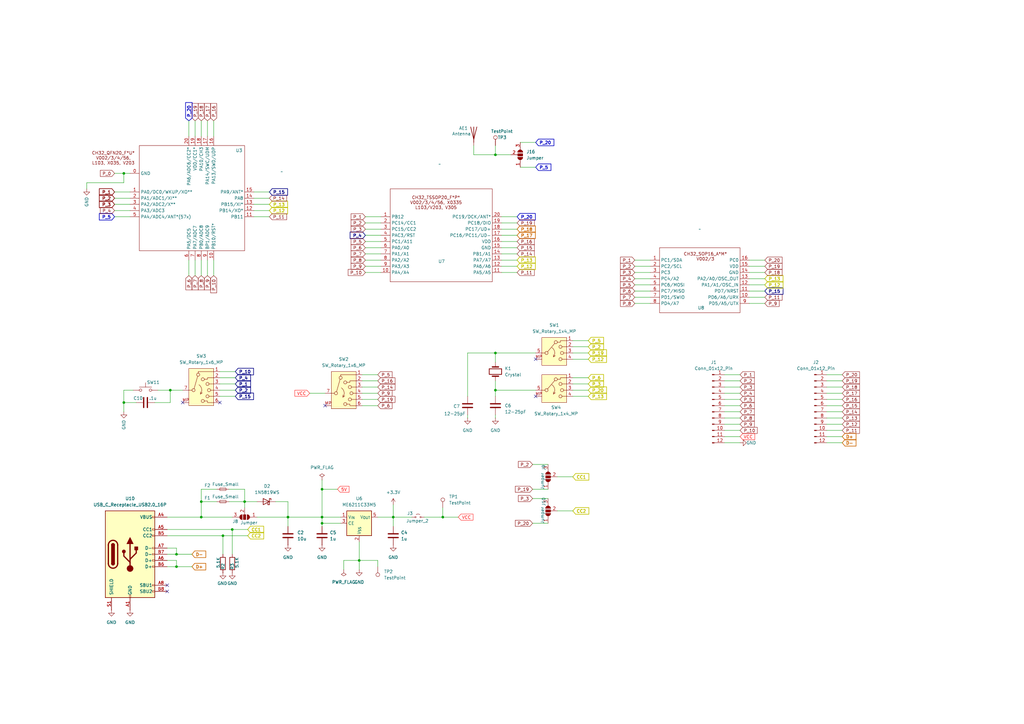
<source format=kicad_sch>
(kicad_sch (version 20250114) (generator "eeschema") (generator_version "9.0")
  (paper "A3")
  (junction (at 50.8 71.12))
  (junction (at 161.29 212.09))
  (junction (at 203.2 144.78))
  (junction (at 132.08 214.63))
  (junction (at 118.11 212.09))
  (junction (at 82.55 212.09))
  (junction (at 91.44 219.71))
  (junction (at 95.25 217.17))
  (junction (at 132.08 200.66))
  (junction (at 203.2 160.02))
  (junction (at 69.85 160.02))
  (junction (at 181.61 212.09))
  (junction (at 72.39 232.41))
  (junction (at 203.2 63.5))
  (junction (at 82.55 205.74))
  (junction (at 132.08 212.09))
  (junction (at 147.32 229.87))
  (junction (at 72.39 227.33))
  (junction (at 50.8 165.1))
  (junction (at 100.33 205.74))
  (no_connect (at 68.58 240.03))
  (no_connect (at 219.71 147.32))
  (no_connect (at 90.17 165.1))
  (no_connect (at 68.58 242.57))
  (no_connect (at 133.35 166.37))
  (no_connect (at 219.71 162.56))
  (no_connect (at 74.93 165.1))
  (wire (pts (xy 339.09 179.07) (xy 345.44 179.07)))
  (wire (pts (xy 35.56 74.93) (xy 50.8 74.93)))
  (wire (pts (xy 147.32 229.87) (xy 147.32 233.68)))
  (wire (pts (xy 313.69 124.46) (xy 307.34 124.46)))
  (wire (pts (xy 104.14 86.36) (xy 110.49 86.36)))
  (wire (pts (xy 50.8 160.02) (xy 54.61 160.02)))
  (wire (pts (xy 104.14 78.74) (xy 110.49 78.74)))
  (wire (pts (xy 77.47 113.03) (xy 77.47 106.68)))
  (wire (pts (xy 260.35 114.3) (xy 266.7 114.3)))
  (wire (pts (xy 181.61 208.28) (xy 181.61 212.09)))
  (wire (pts (xy 203.2 144.78) (xy 203.2 148.59)))
  (wire (pts (xy 213.36 68.58) (xy 219.71 68.58)))
  (wire (pts (xy 219.71 160.02) (xy 203.2 160.02)))
  (wire (pts (xy 132.08 212.09) (xy 139.7 212.09)))
  (wire (pts (xy 96.52 152.4) (xy 90.17 152.4)))
  (wire (pts (xy 53.34 86.36) (xy 46.99 86.36)))
  (wire (pts (xy 345.44 168.91) (xy 339.09 168.91)))
  (wire (pts (xy 203.2 59.69) (xy 203.2 63.5)))
  (wire (pts (xy 72.39 227.33) (xy 72.39 224.79)))
  (wire (pts (xy 219.71 144.78) (xy 203.2 144.78)))
  (wire (pts (xy 297.18 179.07) (xy 303.53 179.07)))
  (wire (pts (xy 241.3 144.78) (xy 234.95 144.78)))
  (wire (pts (xy 132.08 196.85) (xy 132.08 200.66)))
  (wire (pts (xy 53.34 78.74) (xy 46.99 78.74)))
  (wire (pts (xy 303.53 168.91) (xy 297.18 168.91)))
  (wire (pts (xy 260.35 109.22) (xy 266.7 109.22)))
  (wire (pts (xy 234.95 139.7) (xy 241.3 139.7)))
  (wire (pts (xy 90.17 162.56) (xy 96.52 162.56)))
  (wire (pts (xy 91.44 219.71) (xy 101.6 219.71)))
  (wire (pts (xy 87.63 113.03) (xy 87.63 106.68)))
  (wire (pts (xy 203.2 63.5) (xy 209.55 63.5)))
  (wire (pts (xy 181.61 212.09) (xy 187.96 212.09)))
  (wire (pts (xy 218.44 200.66) (xy 224.79 200.66)))
  (wire (pts (xy 148.59 156.21) (xy 154.94 156.21)))
  (wire (pts (xy 303.53 158.75) (xy 297.18 158.75)))
  (wire (pts (xy 345.44 176.53) (xy 339.09 176.53)))
  (wire (pts (xy 154.94 161.29) (xy 148.59 161.29)))
  (wire (pts (xy 69.85 160.02) (xy 69.85 165.1)))
  (wire (pts (xy 149.86 99.06) (xy 156.21 99.06)))
  (wire (pts (xy 218.44 190.5) (xy 224.79 190.5)))
  (wire (pts (xy 161.29 207.01) (xy 161.29 212.09)))
  (wire (pts (xy 149.86 91.44) (xy 156.21 91.44)))
  (wire (pts (xy 77.47 55.88) (xy 77.47 49.53)))
  (wire (pts (xy 191.77 170.18) (xy 191.77 171.45)))
  (wire (pts (xy 68.58 229.87) (xy 72.39 229.87)))
  (wire (pts (xy 104.14 88.9) (xy 110.49 88.9)))
  (wire (pts (xy 154.94 229.87) (xy 147.32 229.87)))
  (wire (pts (xy 241.3 160.02) (xy 234.95 160.02)))
  (wire (pts (xy 303.53 181.61) (xy 297.18 181.61)))
  (wire (pts (xy 82.55 205.74) (xy 88.9 205.74)))
  (wire (pts (xy 307.34 116.84) (xy 313.69 116.84)))
  (wire (pts (xy 50.8 71.12) (xy 53.34 71.12)))
  (wire (pts (xy 168.91 212.09) (xy 161.29 212.09)))
  (wire (pts (xy 234.95 154.94) (xy 241.3 154.94)))
  (wire (pts (xy 149.86 111.76) (xy 156.21 111.76)))
  (wire (pts (xy 303.53 153.67) (xy 297.18 153.67)))
  (wire (pts (xy 260.35 119.38) (xy 266.7 119.38)))
  (wire (pts (xy 100.33 205.74) (xy 100.33 208.28)))
  (wire (pts (xy 90.17 157.48) (xy 96.52 157.48)))
  (wire (pts (xy 218.44 204.47) (xy 224.79 204.47)))
  (wire (pts (xy 68.58 227.33) (xy 72.39 227.33)))
  (wire (pts (xy 307.34 111.76) (xy 313.69 111.76)))
  (wire (pts (xy 72.39 227.33) (xy 78.74 227.33)))
  (wire (pts (xy 205.74 111.76) (xy 212.09 111.76)))
  (wire (pts (xy 95.25 212.09) (xy 82.55 212.09)))
  (wire (pts (xy 50.8 165.1) (xy 55.88 165.1)))
  (wire (pts (xy 203.2 160.02) (xy 203.2 162.56)))
  (wire (pts (xy 140.97 229.87) (xy 140.97 233.68)))
  (wire (pts (xy 149.86 104.14) (xy 156.21 104.14)))
  (wire (pts (xy 53.34 83.82) (xy 46.99 83.82)))
  (wire (pts (xy 148.59 158.75) (xy 154.94 158.75)))
  (wire (pts (xy 68.58 217.17) (xy 95.25 217.17)))
  (wire (pts (xy 303.53 161.29) (xy 297.18 161.29)))
  (wire (pts (xy 113.03 205.74) (xy 118.11 205.74)))
  (wire (pts (xy 218.44 214.63) (xy 224.79 214.63)))
  (wire (pts (xy 46.99 71.12) (xy 50.8 71.12)))
  (wire (pts (xy 80.01 55.88) (xy 80.01 49.53)))
  (wire (pts (xy 241.3 162.56) (xy 234.95 162.56)))
  (wire (pts (xy 64.77 160.02) (xy 69.85 160.02)))
  (wire (pts (xy 241.3 147.32) (xy 234.95 147.32)))
  (wire (pts (xy 345.44 158.75) (xy 339.09 158.75)))
  (wire (pts (xy 154.94 153.67) (xy 148.59 153.67)))
  (wire (pts (xy 307.34 121.92) (xy 313.69 121.92)))
  (wire (pts (xy 154.94 232.41) (xy 154.94 229.87)))
  (wire (pts (xy 105.41 212.09) (xy 118.11 212.09)))
  (wire (pts (xy 118.11 215.9) (xy 118.11 212.09)))
  (wire (pts (xy 303.53 156.21) (xy 297.18 156.21)))
  (wire (pts (xy 203.2 156.21) (xy 203.2 160.02)))
  (wire (pts (xy 35.56 74.93) (xy 35.56 77.47)))
  (wire (pts (xy 194.31 63.5) (xy 194.31 59.69)))
  (wire (pts (xy 50.8 74.93) (xy 50.8 71.12)))
  (wire (pts (xy 93.98 205.74) (xy 100.33 205.74)))
  (wire (pts (xy 307.34 114.3) (xy 313.69 114.3)))
  (wire (pts (xy 213.36 58.42) (xy 219.71 58.42)))
  (wire (pts (xy 72.39 232.41) (xy 78.74 232.41)))
  (wire (pts (xy 132.08 214.63) (xy 139.7 214.63)))
  (wire (pts (xy 53.34 88.9) (xy 46.99 88.9)))
  (wire (pts (xy 307.34 119.38) (xy 313.69 119.38)))
  (wire (pts (xy 82.55 212.09) (xy 82.55 205.74)))
  (wire (pts (xy 345.44 153.67) (xy 339.09 153.67)))
  (wire (pts (xy 203.2 170.18) (xy 203.2 171.45)))
  (wire (pts (xy 95.25 217.17) (xy 95.25 227.33)))
  (wire (pts (xy 303.53 166.37) (xy 297.18 166.37)))
  (wire (pts (xy 118.11 205.74) (xy 118.11 212.09)))
  (wire (pts (xy 149.86 101.6) (xy 156.21 101.6)))
  (wire (pts (xy 68.58 224.79) (xy 72.39 224.79)))
  (wire (pts (xy 205.74 104.14) (xy 212.09 104.14)))
  (wire (pts (xy 228.6 209.55) (xy 234.95 209.55)))
  (wire (pts (xy 104.14 83.82) (xy 110.49 83.82)))
  (wire (pts (xy 68.58 219.71) (xy 91.44 219.71)))
  (wire (pts (xy 205.74 93.98) (xy 212.09 93.98)))
  (wire (pts (xy 260.35 124.46) (xy 266.7 124.46)))
  (wire (pts (xy 307.34 109.22) (xy 313.69 109.22)))
  (wire (pts (xy 260.35 121.92) (xy 266.7 121.92)))
  (wire (pts (xy 191.77 162.56) (xy 191.77 144.78)))
  (wire (pts (xy 50.8 160.02) (xy 50.8 165.1)))
  (wire (pts (xy 260.35 116.84) (xy 266.7 116.84)))
  (wire (pts (xy 205.74 99.06) (xy 212.09 99.06)))
  (wire (pts (xy 132.08 215.9) (xy 132.08 214.63)))
  (wire (pts (xy 50.8 168.91) (xy 50.8 165.1)))
  (wire (pts (xy 149.86 88.9) (xy 156.21 88.9)))
  (wire (pts (xy 104.14 81.28) (xy 110.49 81.28)))
  (wire (pts (xy 140.97 229.87) (xy 147.32 229.87)))
  (wire (pts (xy 149.86 93.98) (xy 156.21 93.98)))
  (wire (pts (xy 241.3 157.48) (xy 234.95 157.48)))
  (wire (pts (xy 82.55 55.88) (xy 82.55 49.53)))
  (wire (pts (xy 260.35 106.68) (xy 266.7 106.68)))
  (wire (pts (xy 95.25 217.17) (xy 101.6 217.17)))
  (wire (pts (xy 72.39 232.41) (xy 72.39 229.87)))
  (wire (pts (xy 74.93 160.02) (xy 69.85 160.02)))
  (wire (pts (xy 191.77 144.78) (xy 203.2 144.78)))
  (wire (pts (xy 161.29 212.09) (xy 161.29 215.9)))
  (wire (pts (xy 205.74 88.9) (xy 212.09 88.9)))
  (wire (pts (xy 132.08 214.63) (xy 132.08 212.09)))
  (wire (pts (xy 68.58 212.09) (xy 82.55 212.09)))
  (wire (pts (xy 154.94 212.09) (xy 161.29 212.09)))
  (wire (pts (xy 82.55 200.66) (xy 82.55 205.74)))
  (wire (pts (xy 149.86 109.22) (xy 156.21 109.22)))
  (wire (pts (xy 205.74 106.68) (xy 212.09 106.68)))
  (wire (pts (xy 205.74 91.44) (xy 212.09 91.44)))
  (wire (pts (xy 82.55 113.03) (xy 82.55 106.68)))
  (wire (pts (xy 90.17 154.94) (xy 96.52 154.94)))
  (wire (pts (xy 345.44 163.83) (xy 339.09 163.83)))
  (wire (pts (xy 303.53 163.83) (xy 297.18 163.83)))
  (wire (pts (xy 345.44 161.29) (xy 339.09 161.29)))
  (wire (pts (xy 173.99 212.09) (xy 181.61 212.09)))
  (wire (pts (xy 345.44 166.37) (xy 339.09 166.37)))
  (wire (pts (xy 85.09 113.03) (xy 85.09 106.68)))
  (wire (pts (xy 100.33 200.66) (xy 100.33 205.74)))
  (wire (pts (xy 307.34 106.68) (xy 313.69 106.68)))
  (wire (pts (xy 147.32 222.25) (xy 147.32 229.87)))
  (wire (pts (xy 118.11 212.09) (xy 132.08 212.09)))
  (wire (pts (xy 205.74 96.52) (xy 212.09 96.52)))
  (wire (pts (xy 339.09 181.61) (xy 345.44 181.61)))
  (wire (pts (xy 96.52 160.02) (xy 90.17 160.02)))
  (wire (pts (xy 260.35 111.76) (xy 266.7 111.76)))
  (wire (pts (xy 303.53 173.99) (xy 297.18 173.99)))
  (wire (pts (xy 87.63 55.88) (xy 87.63 49.53)))
  (wire (pts (xy 205.74 109.22) (xy 212.09 109.22)))
  (wire (pts (xy 345.44 173.99) (xy 339.09 173.99)))
  (wire (pts (xy 228.6 195.58) (xy 234.95 195.58)))
  (wire (pts (xy 53.34 81.28) (xy 46.99 81.28)))
  (wire (pts (xy 148.59 163.83) (xy 154.94 163.83)))
  (wire (pts (xy 91.44 219.71) (xy 91.44 227.33)))
  (wire (pts (xy 85.09 55.88) (xy 85.09 49.53)))
  (wire (pts (xy 149.86 106.68) (xy 156.21 106.68)))
  (wire (pts (xy 138.43 200.66) (xy 132.08 200.66)))
  (wire (pts (xy 149.86 96.52) (xy 156.21 96.52)))
  (wire (pts (xy 88.9 200.66) (xy 82.55 200.66)))
  (wire (pts (xy 133.35 161.29) (xy 127 161.29)))
  (wire (pts (xy 205.74 101.6) (xy 212.09 101.6)))
  (wire (pts (xy 303.53 176.53) (xy 297.18 176.53)))
  (wire (pts (xy 148.59 166.37) (xy 154.94 166.37)))
  (wire (pts (xy 93.98 200.66) (xy 100.33 200.66)))
  (wire (pts (xy 80.01 113.03) (xy 80.01 106.68)))
  (wire (pts (xy 100.33 205.74) (xy 105.41 205.74)))
  (wire (pts (xy 63.5 165.1) (xy 69.85 165.1)))
  (wire (pts (xy 132.08 200.66) (xy 132.08 212.09)))
  (wire (pts (xy 194.31 63.5) (xy 203.2 63.5)))
  (wire (pts (xy 241.3 142.24) (xy 234.95 142.24)))
  (wire (pts (xy 345.44 156.21) (xy 339.09 156.21)))
  (wire (pts (xy 68.58 232.41) (xy 72.39 232.41)))
  (wire (pts (xy 303.53 171.45) (xy 297.18 171.45)))
  (wire (pts (xy 345.44 171.45) (xy 339.09 171.45)))
  (global_label "P_13" (shape input) (at 345.44 171.45 0) (property "Intersheetrefs" "${INTERSHEET_REFS}" (effects (hide yes))))
  (global_label "P_4" (shape input) (at 96.52 154.94 0) (effects (font (thickness 0.254) (bold yes))) (property "Intersheetrefs" "${INTERSHEET_REFS}" (effects (hide yes))))
  (global_label "CC2" (shape input) (at 101.6 219.71 0) (effects (font (thickness 0.254) (bold yes))) (property "Intersheetrefs" "${INTERSHEET_REFS}" (effects (hide yes))))
  (global_label "P_9" (shape input) (at 85.09 113.03 270) (effects (font (thickness 0.1588))) (property "Intersheetrefs" "${INTERSHEET_REFS}" (effects (hide yes))))
  (global_label "P_13" (shape input) (at 241.3 162.56 0) (effects (font (thickness 0.254) (bold yes))) (property "Intersheetrefs" "${INTERSHEET_REFS}" (effects (hide yes))))
  (global_label "P_19" (shape input) (at 154.94 163.83 0) (effects (font (thickness 0.1588))) (property "Intersheetrefs" "${INTERSHEET_REFS}" (effects (hide yes))))
  (global_label "P_3" (shape input) (at 46.99 83.82 180) (effects (font (thickness 0.254) (bold yes))) (property "Intersheetrefs" "${INTERSHEET_REFS}" (effects (hide yes))))
  (global_label "P_13" (shape input) (at 212.09 106.68 0) (effects (font (thickness 0.254) (bold yes))) (property "Intersheetrefs" "${INTERSHEET_REFS}" (effects (hide yes))))
  (global_label "P_9" (shape input) (at 154.94 161.29 0) (effects (font (thickness 0.1588))) (property "Intersheetrefs" "${INTERSHEET_REFS}" (effects (hide yes))))
  (global_label "P_4" (shape input) (at 303.53 161.29 0) (property "Intersheetrefs" "${INTERSHEET_REFS}" (effects (hide yes))))
  (global_label "P_8" (shape input) (at 303.53 171.45 0) (property "Intersheetrefs" "${INTERSHEET_REFS}" (effects (hide yes))))
  (global_label "P_12" (shape input) (at 241.3 147.32 0) (effects (font (thickness 0.254) (bold yes))) (property "Intersheetrefs" "${INTERSHEET_REFS}" (effects (hide yes))))
  (global_label "P_5" (shape input) (at 303.53 163.83 0) (property "Intersheetrefs" "${INTERSHEET_REFS}" (effects (hide yes))))
  (global_label "P_12" (shape input) (at 110.49 86.36 0) (effects (font (thickness 0.254) (bold yes))) (property "Intersheetrefs" "${INTERSHEET_REFS}" (effects (hide yes))))
  (global_label "D-" (shape input) (at 345.44 181.61 0) (effects (font (thickness 0.254) (bold yes))) (property "Intersheetrefs" "${INTERSHEET_REFS}" (effects (hide yes))))
  (global_label "P_18" (shape input) (at 345.44 158.75 0) (property "Intersheetrefs" "${INTERSHEET_REFS}" (effects (hide yes))))
  (global_label "P_16" (shape input) (at 154.94 156.21 0) (effects (font (thickness 0.1588))) (property "Intersheetrefs" "${INTERSHEET_REFS}" (effects (hide yes))))
  (global_label "P_13" (shape input) (at 110.49 83.82 0) (effects (font (thickness 0.254) (bold yes))) (property "Intersheetrefs" "${INTERSHEET_REFS}" (effects (hide yes))))
  (global_label "P_20" (shape input) (at 241.3 160.02 0) (effects (font (thickness 0.254) (bold yes))) (property "Intersheetrefs" "${INTERSHEET_REFS}" (effects (hide yes))))
  (global_label "P_5" (shape input) (at 46.99 88.9 180) (effects (font (thickness 0.254) (bold yes))) (property "Intersheetrefs" "${INTERSHEET_REFS}" (effects (hide yes))))
  (global_label "P_9" (shape input) (at 303.53 173.99 0) (property "Intersheetrefs" "${INTERSHEET_REFS}" (effects (hide yes))))
  (global_label "P_20" (shape input) (at 212.09 88.9 0) (effects (font (thickness 0.254) (bold yes))) (property "Intersheetrefs" "${INTERSHEET_REFS}" (effects (hide yes))))
  (global_label "P_20" (shape input) (at 218.44 214.63 180) (effects (font (thickness 0.1588))) (property "Intersheetrefs" "${INTERSHEET_REFS}" (effects (hide yes))))
  (global_label "P_5" (shape input) (at 154.94 153.67 0) (effects (font (thickness 0.1588))) (property "Intersheetrefs" "${INTERSHEET_REFS}" (effects (hide yes))))
  (global_label "CC1" (shape input) (at 234.95 195.58 0) (effects (font (thickness 0.254) (bold yes))) (property "Intersheetrefs" "${INTERSHEET_REFS}" (effects (hide yes))))
  (global_label "P_4" (shape input) (at 149.86 96.52 180) (effects (font (thickness 0.254) (bold yes))) (property "Intersheetrefs" "${INTERSHEET_REFS}" (effects (hide yes))))
  (global_label "P_16" (shape input) (at 87.63 49.53 90) (effects (font (thickness 0.1588))) (property "Intersheetrefs" "${INTERSHEET_REFS}" (effects (hide yes))))
  (global_label "P_5" (shape input) (at 260.35 116.84 180) (effects (font (thickness 0.1588))) (property "Intersheetrefs" "${INTERSHEET_REFS}" (effects (hide yes))))
  (global_label "P_10" (shape input) (at 149.86 111.76 180) (effects (font (thickness 0.1588))) (property "Intersheetrefs" "${INTERSHEET_REFS}" (effects (hide yes))))
  (global_label "P_1" (shape input) (at 46.99 78.74 180) (effects (font (thickness 0.254) (bold yes))) (property "Intersheetrefs" "${INTERSHEET_REFS}" (effects (hide yes))))
  (global_label "P_20" (shape input) (at 345.44 153.67 0) (property "Intersheetrefs" "${INTERSHEET_REFS}" (effects (hide yes))))
  (global_label "P_4" (shape input) (at 46.99 86.36 180) (effects (font (thickness 0.1588))) (property "Intersheetrefs" "${INTERSHEET_REFS}" (effects (hide yes))))
  (global_label "P_2" (shape input) (at 241.3 142.24 0) (effects (font (thickness 0.254) (bold yes))) (property "Intersheetrefs" "${INTERSHEET_REFS}" (effects (hide yes))))
  (global_label "P_1" (shape input) (at 149.86 88.9 180) (effects (font (thickness 0.1588))) (property "Intersheetrefs" "${INTERSHEET_REFS}" (effects (hide yes))))
  (global_label "P_16" (shape input) (at 212.09 99.06 0) (effects (font (thickness 0.1588))) (property "Intersheetrefs" "${INTERSHEET_REFS}" (effects (hide yes))))
  (global_label "P_5" (shape input) (at 241.3 139.7 0) (effects (font (thickness 0.254) (bold yes))) (property "Intersheetrefs" "${INTERSHEET_REFS}" (effects (hide yes))))
  (global_label "P_2" (shape input) (at 218.44 190.5 180) (effects (font (thickness 0.1588))) (property "Intersheetrefs" "${INTERSHEET_REFS}" (effects (hide yes))))
  (global_label "P_17" (shape input) (at 212.09 96.52 0) (effects (font (thickness 0.254) (bold yes))) (property "Intersheetrefs" "${INTERSHEET_REFS}" (effects (hide yes))))
  (global_label "P_10" (shape input) (at 87.63 113.03 270) (effects (font (thickness 0.1588))) (property "Intersheetrefs" "${INTERSHEET_REFS}" (effects (hide yes))))
  (global_label "P_3" (shape input) (at 260.35 111.76 180) (effects (font (thickness 0.1588))) (property "Intersheetrefs" "${INTERSHEET_REFS}" (effects (hide yes))))
  (global_label "P_7" (shape input) (at 260.35 121.92 180) (effects (font (thickness 0.1588))) (property "Intersheetrefs" "${INTERSHEET_REFS}" (effects (hide yes))))
  (global_label "P_20" (shape input) (at 219.71 58.42 0) (effects (font (thickness 0.254) (bold yes))) (property "Intersheetrefs" "${INTERSHEET_REFS}" (effects (hide yes))))
  (global_label "P_14" (shape input) (at 110.49 81.28 0) (effects (font (thickness 0.1588))) (property "Intersheetrefs" "${INTERSHEET_REFS}" (effects (hide yes))))
  (global_label "P_15" (shape input) (at 96.52 162.56 0) (effects (font (thickness 0.254) (bold yes))) (property "Intersheetrefs" "${INTERSHEET_REFS}" (effects (hide yes))))
  (global_label "P_19" (shape input) (at 80.01 49.53 90) (effects (font (thickness 0.1588))) (property "Intersheetrefs" "${INTERSHEET_REFS}" (effects (hide yes))))
  (global_label "P_18" (shape input) (at 82.55 49.53 90) (effects (font (thickness 0.1588))) (property "Intersheetrefs" "${INTERSHEET_REFS}" (effects (hide yes))))
  (global_label "P_6" (shape input) (at 77.47 113.03 270) (effects (font (thickness 0.1588))) (property "Intersheetrefs" "${INTERSHEET_REFS}" (effects (hide yes))))
  (global_label "P_6" (shape input) (at 154.94 166.37 0) (effects (font (thickness 0.1588))) (property "Intersheetrefs" "${INTERSHEET_REFS}" (effects (hide yes))))
  (global_label "P_13" (shape input) (at 313.69 114.3 0) (effects (font (thickness 0.254) (bold yes))) (property "Intersheetrefs" "${INTERSHEET_REFS}" (effects (hide yes))))
  (global_label "P_14" (shape input) (at 154.94 158.75 0) (effects (font (thickness 0.1588))) (property "Intersheetrefs" "${INTERSHEET_REFS}" (effects (hide yes))))
  (global_label "P_6" (shape input) (at 260.35 119.38 180) (effects (font (thickness 0.1588))) (property "Intersheetrefs" "${INTERSHEET_REFS}" (effects (hide yes))))
  (global_label "P_6" (shape input) (at 241.3 154.94 0) (effects (font (thickness 0.254) (bold yes))) (property "Intersheetrefs" "${INTERSHEET_REFS}" (effects (hide yes))))
  (global_label "D+" (shape input) (at 78.74 232.41 0) (effects (font (thickness 0.254) (bold yes))) (property "Intersheetrefs" "${INTERSHEET_REFS}" (effects (hide yes))))
  (global_label "P_20" (shape input) (at 77.47 49.53 90) (effects (font (thickness 0.254) (bold yes))) (property "Intersheetrefs" "${INTERSHEET_REFS}" (effects (hide yes))))
  (global_label "P_20" (shape input) (at 313.69 106.68 0) (effects (font (thickness 0.1588))) (property "Intersheetrefs" "${INTERSHEET_REFS}" (effects (hide yes))))
  (global_label "P_19" (shape input) (at 313.69 109.22 0) (effects (font (thickness 0.1588))) (property "Intersheetrefs" "${INTERSHEET_REFS}" (effects (hide yes))))
  (global_label "VCC" (shape input) (at 187.96 212.09 0) (property "Intersheetrefs" "${INTERSHEET_REFS}" (effects (hide yes))))
  (global_label "P_12" (shape input) (at 313.69 116.84 0) (effects (font (thickness 0.254) (bold yes))) (property "Intersheetrefs" "${INTERSHEET_REFS}" (effects (hide yes))))
  (global_label "P_11" (shape input) (at 212.09 111.76 0) (effects (font (thickness 0.1588))) (property "Intersheetrefs" "${INTERSHEET_REFS}" (effects (hide yes))))
  (global_label "P_3" (shape input) (at 218.44 204.47 180) (effects (font (thickness 0.1588))) (property "Intersheetrefs" "${INTERSHEET_REFS}" (effects (hide yes))))
  (global_label "P_8" (shape input) (at 260.35 124.46 180) (effects (font (thickness 0.1588))) (property "Intersheetrefs" "${INTERSHEET_REFS}" (effects (hide yes))))
  (global_label "P_14" (shape input) (at 345.44 168.91 0) (property "Intersheetrefs" "${INTERSHEET_REFS}" (effects (hide yes))))
  (global_label "P_1" (shape input) (at 303.53 153.67 0) (property "Intersheetrefs" "${INTERSHEET_REFS}" (effects (hide yes))))
  (global_label "P_19" (shape input) (at 218.44 200.66 180) (effects (font (thickness 0.1588))) (property "Intersheetrefs" "${INTERSHEET_REFS}" (effects (hide yes))))
  (global_label "P_18" (shape input) (at 313.69 111.76 0) (effects (font (thickness 0.1588))) (property "Intersheetrefs" "${INTERSHEET_REFS}" (effects (hide yes))))
  (global_label "5V" (shape input) (at 138.43 200.66 0) (property "Intersheetrefs" "${INTERSHEET_REFS}" (effects (hide yes))))
  (global_label "P_9" (shape input) (at 313.69 124.46 0) (effects (font (thickness 0.1588))) (property "Intersheetrefs" "${INTERSHEET_REFS}" (effects (hide yes))))
  (global_label "P_8" (shape input) (at 82.55 113.03 270) (effects (font (thickness 0.1588))) (property "Intersheetrefs" "${INTERSHEET_REFS}" (effects (hide yes))))
  (global_label "P_11" (shape input) (at 345.44 176.53 0) (property "Intersheetrefs" "${INTERSHEET_REFS}" (effects (hide yes))))
  (global_label "P_10" (shape input) (at 96.52 152.4 0) (effects (font (thickness 0.254) (bold yes))) (property "Intersheetrefs" "${INTERSHEET_REFS}" (effects (hide yes))))
  (global_label "P_11" (shape input) (at 313.69 121.92 0) (effects (font (thickness 0.1588))) (property "Intersheetrefs" "${INTERSHEET_REFS}" (effects (hide yes))))
  (global_label "P_2" (shape input) (at 303.53 156.21 0) (property "Intersheetrefs" "${INTERSHEET_REFS}" (effects (hide yes))))
  (global_label "P_2" (shape input) (at 46.99 81.28 180) (effects (font (thickness 0.254) (bold yes))) (property "Intersheetrefs" "${INTERSHEET_REFS}" (effects (hide yes))))
  (global_label "P_19" (shape input) (at 241.3 144.78 0) (effects (font (thickness 0.254) (bold yes))) (property "Intersheetrefs" "${INTERSHEET_REFS}" (effects (hide yes))))
  (global_label "P_15" (shape input) (at 212.09 101.6 0) (effects (font (thickness 0.1588))) (property "Intersheetrefs" "${INTERSHEET_REFS}" (effects (hide yes))))
  (global_label "P_11" (shape input) (at 110.49 88.9 0) (effects (font (thickness 0.1588))) (property "Intersheetrefs" "${INTERSHEET_REFS}" (effects (hide yes))))
  (global_label "CC1" (shape input) (at 101.6 217.17 0) (effects (font (thickness 0.254) (bold yes))) (property "Intersheetrefs" "${INTERSHEET_REFS}" (effects (hide yes))))
  (global_label "P_7" (shape input) (at 80.01 113.03 270) (effects (font (thickness 0.1588))) (property "Intersheetrefs" "${INTERSHEET_REFS}" (effects (hide yes))))
  (global_label "P_8" (shape input) (at 149.86 106.68 180) (effects (font (thickness 0.1588))) (property "Intersheetrefs" "${INTERSHEET_REFS}" (effects (hide yes))))
  (global_label "P_6" (shape input) (at 303.53 166.37 0) (property "Intersheetrefs" "${INTERSHEET_REFS}" (effects (hide yes))))
  (global_label "P_16" (shape input) (at 345.44 163.83 0) (property "Intersheetrefs" "${INTERSHEET_REFS}" (effects (hide yes))))
  (global_label "P_15" (shape input) (at 345.44 166.37 0) (property "Intersheetrefs" "${INTERSHEET_REFS}" (effects (hide yes))))
  (global_label "VCC" (shape input) (at 303.53 179.07 0) (property "Intersheetrefs" "${INTERSHEET_REFS}" (effects (hide yes))))
  (global_label "P_2" (shape input) (at 149.86 91.44 180) (effects (font (thickness 0.1588))) (property "Intersheetrefs" "${INTERSHEET_REFS}" (effects (hide yes))))
  (global_label "P_1" (shape input) (at 96.52 157.48 0) (effects (font (thickness 0.254) (bold yes))) (property "Intersheetrefs" "${INTERSHEET_REFS}" (effects (hide yes))))
  (global_label "P_19" (shape input) (at 345.44 156.21 0) (effects (font (thickness 0.1588))) (property "Intersheetrefs" "${INTERSHEET_REFS}" (effects (hide yes))))
  (global_label "P_14" (shape input) (at 212.09 104.14 0) (effects (font (thickness 0.1588))) (property "Intersheetrefs" "${INTERSHEET_REFS}" (effects (hide yes))))
  (global_label "P_19" (shape input) (at 212.09 91.44 0) (effects (font (thickness 0.1588))) (property "Intersheetrefs" "${INTERSHEET_REFS}" (effects (hide yes))))
  (global_label "P_18" (shape input) (at 212.09 93.98 0) (effects (font (thickness 0.254) (bold yes))) (property "Intersheetrefs" "${INTERSHEET_REFS}" (effects (hide yes))))
  (global_label "P_0" (shape input) (at 46.99 71.12 180) (property "Intersheetrefs" "${INTERSHEET_REFS}" (effects (hide yes))))
  (global_label "P_3" (shape input) (at 241.3 157.48 0) (effects (font (thickness 0.254) (bold yes))) (property "Intersheetrefs" "${INTERSHEET_REFS}" (effects (hide yes))))
  (global_label "P_4" (shape input) (at 260.35 114.3 180) (effects (font (thickness 0.1588))) (property "Intersheetrefs" "${INTERSHEET_REFS}" (effects (hide yes))))
  (global_label "P_2" (shape input) (at 96.52 160.02 0) (effects (font (thickness 0.254) (bold yes))) (property "Intersheetrefs" "${INTERSHEET_REFS}" (effects (hide yes))))
  (global_label "P_10" (shape input) (at 303.53 176.53 0) (property "Intersheetrefs" "${INTERSHEET_REFS}" (effects (hide yes))))
  (global_label "D+" (shape input) (at 345.44 179.07 0) (effects (font (thickness 0.254) (bold yes))) (property "Intersheetrefs" "${INTERSHEET_REFS}" (effects (hide yes))))
  (global_label "P_12" (shape input) (at 345.44 173.99 0) (property "Intersheetrefs" "${INTERSHEET_REFS}" (effects (hide yes))))
  (global_label "P_3" (shape input) (at 303.53 158.75 0) (property "Intersheetrefs" "${INTERSHEET_REFS}" (effects (hide yes))))
  (global_label "P_7" (shape input) (at 149.86 104.14 180) (effects (font (thickness 0.1588))) (property "Intersheetrefs" "${INTERSHEET_REFS}" (effects (hide yes))))
  (global_label "P_6" (shape input) (at 149.86 101.6 180) (effects (font (thickness 0.1588))) (property "Intersheetrefs" "${INTERSHEET_REFS}" (effects (hide yes))))
  (global_label "VCC" (shape input) (at 127 161.29 180) (property "Intersheetrefs" "${INTERSHEET_REFS}" (effects (hide yes))))
  (global_label "P_15" (shape input) (at 110.49 78.74 0) (effects (font (thickness 0.254) (bold yes))) (property "Intersheetrefs" "${INTERSHEET_REFS}" (effects (hide yes))))
  (global_label "P_5" (shape input) (at 219.71 68.58 0) (effects (font (thickness 0.254) (bold yes))) (property "Intersheetrefs" "${INTERSHEET_REFS}" (effects (hide yes))))
  (global_label "P_7" (shape input) (at 303.53 168.91 0) (property "Intersheetrefs" "${INTERSHEET_REFS}" (effects (hide yes))))
  (global_label "P_9" (shape input) (at 149.86 109.22 180) (effects (font (thickness 0.1588))) (property "Intersheetrefs" "${INTERSHEET_REFS}" (effects (hide yes))))
  (global_label "P_17" (shape input) (at 345.44 161.29 0) (property "Intersheetrefs" "${INTERSHEET_REFS}" (effects (hide yes))))
  (global_label "P_1" (shape input) (at 260.35 106.68 180) (effects (font (thickness 0.1588))) (property "Intersheetrefs" "${INTERSHEET_REFS}" (effects (hide yes))))
  (global_label "P_2" (shape input) (at 260.35 109.22 180) (effects (font (thickness 0.1588))) (property "Intersheetrefs" "${INTERSHEET_REFS}" (effects (hide yes))))
  (global_label "CC2" (shape input) (at 234.95 209.55 0) (effects (font (thickness 0.254) (bold yes))) (property "Intersheetrefs" "${INTERSHEET_REFS}" (effects (hide yes))))
  (global_label "P_15" (shape input) (at 313.69 119.38 0) (effects (font (thickness 0.254) (bold yes))) (property "Intersheetrefs" "${INTERSHEET_REFS}" (effects (hide yes))))
  (global_label "D-" (shape input) (at 78.74 227.33 0) (effects (font (thickness 0.254) (bold yes))) (property "Intersheetrefs" "${INTERSHEET_REFS}" (effects (hide yes))))
  (global_label "P_12" (shape input) (at 212.09 109.22 0) (effects (font (thickness 0.254) (bold yes))) (property "Intersheetrefs" "${INTERSHEET_REFS}" (effects (hide yes))))
  (global_label "P_17" (shape input) (at 85.09 49.53 90) (effects (font (thickness 0.1588))) (property "Intersheetrefs" "${INTERSHEET_REFS}" (effects (hide yes))))
  (global_label "P_5" (shape input) (at 149.86 99.06 180) (effects (font (thickness 0.1588))) (property "Intersheetrefs" "${INTERSHEET_REFS}" (effects (hide yes))))
  (global_label "P_3" (shape input) (at 149.86 93.98 180) (effects (font (thickness 0.1588))) (property "Intersheetrefs" "${INTERSHEET_REFS}" (effects (hide yes))))
  (symbol (lib_id "Device:Antenna") (at 194.31 54.61 0) (unit 1)
    (property "Reference" "AE1" (at 188.214 52.578 0) (effects (justify left)))
    (property "Value" "Antenna" (at 185.42 54.864 0) (effects (justify left)))
    (property "Footprint" "RF_Antenna:Texas_SWRA117D_2.4GHz_Right" (effects (hide yes)))
    (property "Description" "Antenna" (effects (hide yes)))
  )
  (symbol (lib_name "GND_1") (lib_id "power:GND") (at 147.32 233.68 0) (unit 1)
    (property "Reference" "#PWR010" (effects (hide yes)))
    (property "Value" "GND" (at 147.32 238.76 0))
    (property "Description" "Power symbol creates a global label with name \"GND\" , ground" (effects (hide yes)))
  )
  (symbol (lib_id "Jumper:SolderJumper_3_Open") (at 224.79 209.55 90) (unit 1) (in_bom no)
    (property "Reference" "J10" (at 223.012 205.74 0))
    (property "Value" "Jumper" (at 222.504 211.328 0))
    (property "Footprint" "IOT-Mess-Footprints:Jumper-3_P1.3mm_Open_RoundedPad1.0x1.5mm" (effects (hide yes)))
    (property "Description" "Solder Jumper, 3-pole, open" (effects (hide yes)))
  )
  (symbol (lib_id "Device:R") (at 91.44 231.14 0) (unit 1)
    (property "Reference" "R2" (at 91.44 233.68 90) (effects (justify left)))
    (property "Value" "5.1K" (at 89.535 233.045 90) (effects (justify left)))
    (property "Footprint" "Resistor_SMD:R_0603_1608Metric" (effects (hide yes)))
  )
  (symbol (lib_name "GND_1") (lib_id "power:GND") (at 203.2 171.45 0) (unit 1)
    (property "Reference" "#PWR021" (effects (hide yes)))
    (property "Value" "GND" (at 203.2 176.53 0))
    (property "Description" "Power symbol creates a global label with name \"GND\" , ground" (effects (hide yes)))
  )
  (symbol (lib_name "GND_1") (lib_id "power:GND") (at 50.8 168.91 0) (unit 1)
    (property "Reference" "#PWR044" (effects (hide yes)))
    (property "Value" "GND" (at 50.8 172.212 90) (effects (justify right)))
    (property "Description" "Power symbol creates a global label with name \"GND\" , ground" (effects (hide yes)))
  )
  (symbol (lib_id "Switch:SW_Rotary_1x4_MP") (at 227.33 144.78 0) (unit 1)
    (property "Reference" "SW1" (at 227.33 133.35 0))
    (property "Value" "SW_Rotary_1x4_MP" (at 227.33 135.89 0))
    (property "Footprint" "IOT-Mess-Footprints:Jumper4" (effects (hide yes)))
    (property "Description" "Rotary switch 1x4, SP4T with mount point" (effects (hide yes)))
  )
  (symbol (lib_id "Jumper:Jumper_2_Small_Open") (at 171.45 212.09 0) (unit 1)
    (property "Reference" "J3" (at 168.148 210.566 0))
    (property "Value" "Jumper_2" (at 171.196 213.614 0))
    (property "Footprint" "IOT-Mess-Footprints:Jumpper-triangle" (effects (hide yes)))
    (property "Description" "Jumper, 2-pole, small symbol, open" (effects (hide yes)))
  )
  (symbol (lib_id "IOT-Mess:CH32_SOP16_A*M*") (at 287.02 114.3 0) (unit 1)
    (property "Reference" "U8" (at 287.528 126.238 0))
    (property "Value" "~" (at 287.02 93.98 0))
    (property "Footprint" "Package_SO:SOP-16_3.9x9.9mm_P1.27mm" (effects (hide yes)))
  )
  (symbol (lib_id "Device:C") (at 118.11 219.71 0) (unit 1)
    (property "Reference" "C2" (at 121.92 218.44 0) (effects (justify left)))
    (property "Value" "10u" (at 121.92 220.98 0) (effects (justify left)))
    (property "Footprint" "Capacitor_SMD:C_0603_1608Metric" (effects (hide yes)))
  )
  (symbol (lib_id "Switch:SW_Rotary_1x6_MP") (at 140.97 161.29 0) (unit 1)
    (property "Reference" "SW2" (at 140.97 147.32 0))
    (property "Value" "SW_Rotary_1x6_MP" (at 140.97 149.86 0))
    (property "Footprint" "IOT-Mess-Footprints:Jumper8" (effects (hide yes)))
    (property "Description" "Rotary switch 1x6, SP6T with mount point" (effects (hide yes)))
  )
  (symbol (lib_name "GND_1") (lib_id "power:GND") (at 53.34 250.19 0) (unit 1)
    (property "Reference" "#PWR013" (effects (hide yes)))
    (property "Value" "GND" (at 53.34 255.27 0))
    (property "Description" "Power symbol creates a global label with name \"GND\" , ground" (effects (hide yes)))
  )
  (symbol (lib_id "Device:Fuse_Small") (at 91.44 200.66 0) (unit 1)
    (property "Reference" "F2" (at 85.09 199.136 0))
    (property "Value" "Fuse_Small" (at 92.456 198.628 0))
    (property "Footprint" "Fuse:Fuse_0805_2012Metric" (effects (hide yes)))
    (property "Description" "Fuse, small symbol" (effects (hide yes)))
  )
  (symbol (lib_id "Jumper:SolderJumper_3_Open") (at 100.33 212.09 180) (unit 1) (in_bom no)
    (property "Reference" "J8" (at 96.52 213.868 0))
    (property "Value" "Jumper" (at 102.108 214.376 0))
    (property "Footprint" "IOT-Mess-Footprints:Jumper-3_P1.3mm_Open_RoundedPad1.0x1.5mm" (effects (hide yes)))
    (property "Description" "Solder Jumper, 3-pole, open" (effects (hide yes)))
  )
  (symbol (lib_name "GND_1") (lib_id "power:GND") (at 95.25 234.95 0) (mirror y) (unit 1)
    (property "Reference" "#PWR016" (effects (hide yes)))
    (property "Value" "GND" (at 93.218 239.268 0) (effects (justify right)))
    (property "Description" "Power symbol creates a global label with name \"GND\" , ground" (effects (hide yes)))
  )
  (symbol (lib_id "Device:Crystal") (at 203.2 152.4 270) (unit 1)
    (property "Reference" "K1" (at 207.01 151.1299 90) (effects (justify left)))
    (property "Value" "Crystal" (at 207.01 153.6699 90) (effects (justify left)))
    (property "Footprint" "Crystal:Crystal_SMD_3225-4Pin_3.2x2.5mm" (effects (hide yes)))
    (property "Description" "Two pin crystal" (effects (hide yes)))
  )
  (symbol (lib_id "Jumper:SolderJumper_3_Open") (at 224.79 195.58 90) (unit 1) (in_bom no)
    (property "Reference" "J9" (at 223.012 191.77 0))
    (property "Value" "Jumper" (at 222.504 197.358 0))
    (property "Footprint" "IOT-Mess-Footprints:Jumper-3_P1.3mm_Open_RoundedPad1.0x1.5mm" (effects (hide yes)))
    (property "Description" "Solder Jumper, 3-pole, open" (effects (hide yes)))
  )
  (symbol (lib_id "IOT-Mess:CH32_TSSOP20_F*P*") (at 180.34 96.52 0) (unit 1)
    (property "Reference" "U7" (at 181.102 107.188 0))
    (property "Value" "~" (at 180.34 67.31 0))
    (property "Footprint" "Package_SO:TSSOP-20_4.4x6.5mm_P0.65mm" (effects (hide yes)))
  )
  (symbol (lib_id "Device:R") (at 95.25 231.14 0) (unit 1)
    (property "Reference" "R3" (at 95.25 233.68 90) (effects (justify left)))
    (property "Value" "5.1K" (at 97.155 233.045 90) (effects (justify left)))
    (property "Footprint" "Resistor_SMD:R_0603_1608Metric" (effects (hide yes)))
  )
  (symbol (lib_id "Regulator_Linear:ME6211C33M5") (at 147.32 214.63 0) (unit 1)
    (property "Reference" "U6" (at 147.32 204.47 0))
    (property "Value" "ME6211C33M5" (at 147.32 207.01 0))
    (property "Footprint" "Package_TO_SOT_SMD:SOT-23-5" (effects (hide yes)))
    (property "Datasheet" "https://www.lcsc.com/datasheet/lcsc_datasheet_2304140030_MICRONE-Nanjing-Micro-One-Elec-ME6211C33R5G_C235316.pdf" (effects (hide yes)))
    (property "Description" "500mA low dropout linear regulator, shutdown pin, 6.5V max input voltage, 3.3V fixed positive output, SOT-23-5" (effects (hide yes)))
  )
  (symbol (lib_id "Connector:TestPoint") (at 203.2 59.69 0) (mirror y) (unit 1)
    (property "Reference" "TP3" (at 207.772 56.388 0) (effects (justify left)))
    (property "Value" "TestPoint" (at 210.312 53.848 0) (effects (justify left)))
    (property "Description" "test point" (effects (hide yes)))
  )
  (symbol (lib_id "Connector:TestPoint") (at 181.61 208.28 0) (unit 1)
    (property "Reference" "TP1" (at 184.15 203.7079 0) (effects (justify left)))
    (property "Value" "TestPoint" (at 184.15 206.2479 0) (effects (justify left)))
    (property "Description" "test point" (effects (hide yes)))
  )
  (symbol (lib_id "Jumper:SolderJumper_3_Open") (at 213.36 63.5 270) (mirror x) (unit 1) (in_bom no)
    (property "Reference" "J16" (at 215.9 62.2299 90) (effects (justify left)))
    (property "Value" "Jumper" (at 215.9 64.7699 90) (effects (justify left)))
    (property "Footprint" "IOT-Mess-Footprints:Jumper-3_P1.3mm_Open_RoundedPad1.0x1.5mm" (effects (hide yes)))
    (property "Description" "Solder Jumper, 3-pole, open" (effects (hide yes)))
  )
  (symbol (lib_name "GND_1") (lib_id "power:GND") (at 35.56 77.47 0) (mirror y) (unit 1)
    (property "Reference" "#PWR045" (effects (hide yes)))
    (property "Value" "GND" (at 35.56 80.772 90) (effects (justify right)))
    (property "Description" "Power symbol creates a global label with name \"GND\" , ground" (effects (hide yes)))
  )
  (symbol (lib_id "power:PWR_FLAG") (at 132.08 196.85 0) (unit 1)
    (property "Reference" "#FLG05" (effects (hide yes)))
    (property "Value" "PWR_FLAG" (at 132.08 191.77 0))
    (property "Description" "Special symbol for telling ERC where power comes from" (effects (hide yes)))
  )
  (symbol (lib_id "power:PWR_FLAG") (at 140.97 233.68 180) (unit 1)
    (property "Reference" "#FLG04" (effects (hide yes)))
    (property "Value" "PWR_FLAG" (at 140.97 238.76 0))
    (property "Description" "Special symbol for telling ERC where power comes from" (effects (hide yes)))
  )
  (symbol (lib_name "GND_1") (lib_id "power:GND") (at 191.77 171.45 0) (unit 1)
    (property "Reference" "#PWR022" (effects (hide yes)))
    (property "Value" "GND" (at 191.77 176.53 0))
    (property "Description" "Power symbol creates a global label with name \"GND\" , ground" (effects (hide yes)))
  )
  (symbol (lib_name "GND_1") (lib_id "power:GND") (at 45.72 250.19 0) (unit 1)
    (property "Reference" "#PWR011" (effects (hide yes)))
    (property "Value" "GND" (at 45.72 255.27 0))
    (property "Description" "Power symbol creates a global label with name \"GND\" , ground" (effects (hide yes)))
  )
  (symbol (lib_id "Device:C") (at 132.08 219.71 0) (unit 1)
    (property "Reference" "C5" (at 135.255 218.44 0) (effects (justify left)))
    (property "Value" "1u" (at 135.255 220.98 0) (effects (justify left)))
    (property "Footprint" "Capacitor_SMD:C_0603_1608Metric" (effects (hide yes)))
  )
  (symbol (lib_id "Switch:SW_Rotary_1x6_MP") (at 82.55 160.02 0) (unit 1)
    (property "Reference" "SW3" (at 82.55 146.05 0))
    (property "Value" "SW_Rotary_1x6_MP" (at 82.55 148.59 0))
    (property "Footprint" "IOT-Mess-Footprints:Jumper8" (effects (hide yes)))
    (property "Description" "Rotary switch 1x6, SP6T with mount point" (effects (hide yes)))
  )
  (symbol (lib_id "power:+3.3V") (at 161.29 207.01 0) (unit 1)
    (property "Reference" "#PWR01" (effects (hide yes)))
    (property "Value" "+3.3V" (at 161.29 201.93 0))
    (property "Description" "Power symbol creates a global label with name \"+3.3V\"" (effects (hide yes)))
  )
  (symbol (lib_id "IOT-Mess:CH32_QFN20_F*U*") (at 80.01 81.28 0) (unit 1)
    (property "Reference" "U3" (at 98.044 61.722 0))
    (property "Value" "~" (at 115.57 70.4149 0))
    (property "Footprint" "Package_DFN_QFN:QFN-20-1EP_3x3mm_P0.4mm_EP1.65x1.65mm_ThermalVias" (effects (hide yes)))
  )
  (symbol (lib_id "Device:C") (at 203.2 166.37 0) (unit 1)
    (property "Reference" "C6" (at 207.01 166.37 0) (effects (justify left)))
    (property "Value" "12-25pF" (at 207.01 168.91 0) (effects (justify left)))
    (property "Footprint" "Capacitor_SMD:C_0603_1608Metric" (effects (hide yes)))
  )
  (symbol (lib_id "Connector:USB_C_Receptacle_USB2.0_16P") (at 53.34 227.33 0) (unit 1)
    (property "Reference" "U10" (at 53.34 204.47 0))
    (property "Value" "USB_C_Receptacle_USB2.0_16P" (at 53.34 207.01 0))
    (property "Footprint" "Connector_USB:USB_C_Receptacle_HRO_TYPE-C-31-M-12" (effects (hide yes)))
    (property "Datasheet" "https://www.usb.org/sites/default/files/documents/usb_type-c.zip" (effects (hide yes)))
    (property "Description" "USB 2.0-only 16P Type-C Receptacle connector" (effects (hide yes)))
  )
  (symbol (lib_name "GND_1") (lib_id "power:GND") (at 91.44 234.95 0) (unit 1)
    (property "Reference" "#PWR017" (effects (hide yes)))
    (property "Value" "GND" (at 93.218 239.268 0) (effects (justify right)))
    (property "Description" "Power symbol creates a global label with name \"GND\" , ground" (effects (hide yes)))
  )
  (symbol (lib_id "Device:C") (at 191.77 166.37 0) (unit 1)
    (property "Reference" "C7" (at 185.928 166.624 0) (effects (justify left)))
    (property "Value" "12-25pF" (at 182.118 169.672 0) (effects (justify left)))
    (property "Footprint" "Capacitor_SMD:C_0603_1608Metric" (effects (hide yes)))
  )
  (symbol (lib_id "Device:C") (at 161.29 219.71 0) (unit 1)
    (property "Reference" "C4" (at 164.465 218.44 0) (effects (justify left)))
    (property "Value" "1u" (at 164.465 220.98 0) (effects (justify left)))
    (property "Footprint" "Capacitor_SMD:C_0603_1608Metric" (effects (hide yes)))
  )
  (symbol (lib_id "Connector:TestPoint") (at 154.94 232.41 180) (unit 1)
    (property "Reference" "TP2" (at 157.48 234.4419 0) (effects (justify right)))
    (property "Value" "TestPoint" (at 157.48 236.9819 0) (effects (justify right)))
    (property "Description" "test point" (effects (hide yes)))
  )
  (symbol (lib_name "GND_1") (lib_id "power:GND") (at 161.29 223.52 0) (unit 1)
    (property "Reference" "#PWR015" (effects (hide yes)))
    (property "Value" "GND" (at 161.29 228.6 0))
    (property "Description" "Power symbol creates a global label with name \"GND\" , ground" (effects (hide yes)))
  )
  (symbol (lib_id "Connector:Conn_01x12_Pin") (at 292.1 166.37 0) (unit 1)
    (property "Reference" "J1" (at 292.735 148.59 0))
    (property "Value" "Conn_01x12_Pin" (at 292.735 151.13 0))
    (property "Footprint" "Connector_PinHeader_2.54mm:PinHeader_1x12_P2.54mm_Vertical" (effects (hide yes)))
    (property "Description" "Generic connector, single row, 01x12, script generated" (effects (hide yes)))
  )
  (symbol (lib_name "GND_1") (lib_id "power:GND") (at 132.08 223.52 0) (unit 1)
    (property "Reference" "#PWR018" (effects (hide yes)))
    (property "Value" "GND" (at 132.08 228.6 0))
    (property "Description" "Power symbol creates a global label with name \"GND\" , ground" (effects (hide yes)))
  )
  (symbol (lib_id "Switch:SW_Push") (at 59.69 160.02 0) (mirror y) (unit 1)
    (property "Reference" "SW11" (at 62.865 156.845 0))
    (property "Value" "SW_Push" (effects (hide yes)))
    (property "Footprint" "Button_Switch_SMD:SW_SPST_PTS810" (effects (hide yes)))
  )
  (symbol (lib_id "Device:Fuse_Small") (at 91.44 205.74 0) (unit 1)
    (property "Reference" "F1" (at 85.09 204.216 0))
    (property "Value" "Fuse_Small" (at 92.456 203.708 0))
    (property "Footprint" "Fuse:Fuse_0603_1608Metric" (effects (hide yes)))
    (property "Description" "Fuse, small symbol" (effects (hide yes)))
  )
  (symbol (lib_id "Device:C") (at 59.69 165.1 270) (unit 1)
    (property "Reference" "C10" (at 56.642 163.322 90))
    (property "Value" ".1u" (at 62.738 163.322 90))
    (property "Footprint" "Capacitor_SMD:C_0603_1608Metric" (effects (hide yes)))
  )
  (symbol (lib_id "Diode:1N5819WS") (at 109.22 205.74 0) (mirror y) (unit 1)
    (property "Reference" "D2" (at 109.5375 199.39 0))
    (property "Value" "1N5819WS" (at 109.5375 201.93 0))
    (property "Footprint" "Diode_SMD:D_SOD-323" (effects (hide yes)))
    (property "Datasheet" "https://datasheet.lcsc.com/lcsc/2204281430_Guangdong-Hottech-1N5819WS_C191023.pdf" (effects (hide yes)))
    (property "Description" "40V 600mV@1A 1A SOD-323 Schottky Barrier Diodes, SOD-323" (effects (hide yes)))
  )
  (symbol (lib_name "GND_1") (lib_id "power:GND") (at 303.53 181.61 90) (unit 1)
    (property "Reference" "#PWR023" (effects (hide yes)))
    (property "Value" "GND" (at 306.07 181.6099 90) (effects (justify right)))
    (property "Description" "Power symbol creates a global label with name \"GND\" , ground" (effects (hide yes)))
  )
  (symbol (lib_id "Switch:SW_Rotary_1x4_MP") (at 227.33 160.02 0) (unit 1)
    (property "Reference" "SW4" (at 228.092 167.132 0))
    (property "Value" "SW_Rotary_1x4_MP" (at 228.092 169.672 0))
    (property "Footprint" "IOT-Mess-Footprints:Jumper4" (effects (hide yes)))
    (property "Description" "Rotary switch 1x4, SP4T with mount point" (effects (hide yes)))
  )
  (symbol (lib_name "GND_1") (lib_id "power:GND") (at 118.11 223.52 0) (unit 1)
    (property "Reference" "#PWR014" (effects (hide yes)))
    (property "Value" "GND" (at 118.11 228.6 0))
    (property "Description" "Power symbol creates a global label with name \"GND\" , ground" (effects (hide yes)))
  )
  (symbol (lib_id "Connector:Conn_01x12_Pin") (at 334.01 166.37 0) (unit 1)
    (property "Reference" "J2" (at 334.645 148.59 0))
    (property "Value" "Conn_01x12_Pin" (at 334.645 151.13 0))
    (property "Footprint" "Connector_PinHeader_2.54mm:PinHeader_1x12_P2.54mm_Vertical" (effects (hide yes)))
    (property "Description" "Generic connector, single row, 01x12, script generated" (effects (hide yes)))
  )
)
</source>
